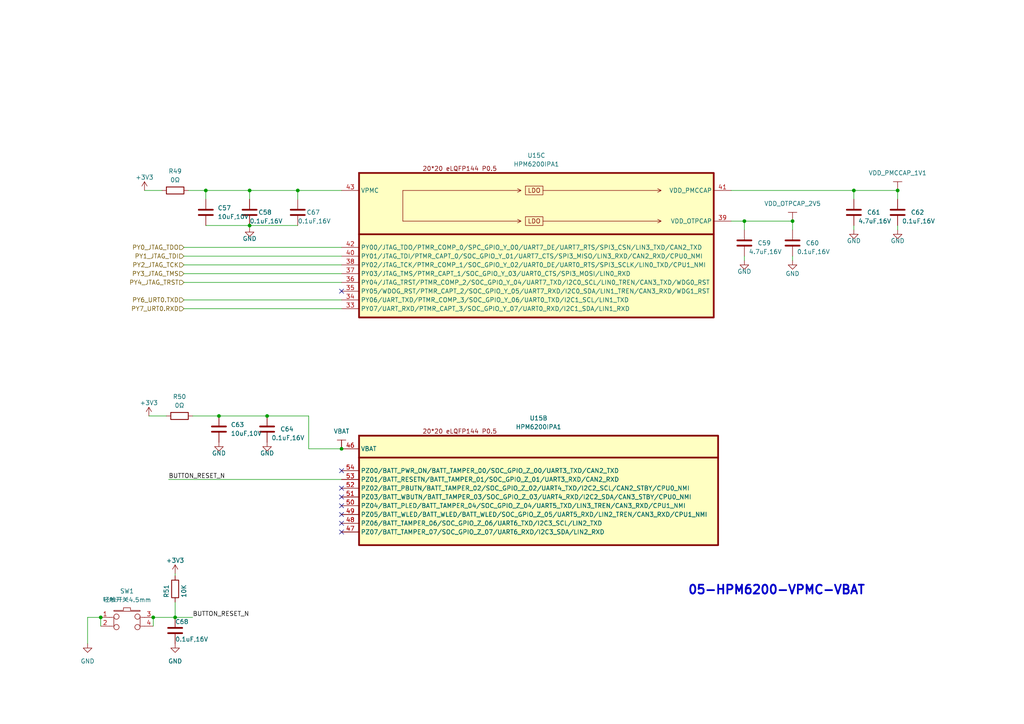
<source format=kicad_sch>
(kicad_sch (version 20230121) (generator eeschema)
  (paper "A4")
  (lib_symbols
    (symbol "00_HPM6200_Library:HPM6200IPA1"
      (property "Reference" "U3" (at 19.881 5.08 0))
      (property "Value" "HPM6200IPA1" (at 19.881 2.54 0))
      (symbol "HPM6200IPA1_0_0"
        (text "20*20 eLQFP144 P0.5" (at 29.21 1.27 0) (effects (font (size 1.27 1.27))))
      )
      (symbol "HPM6200IPA1_1_1"
        (polyline (pts (xy 0 -44.45) (xy 35.56 -44.45)) (stroke (width 0.508)))
        (polyline (pts (xy 8.89 -6.35) (xy 14.605 -6.35) (xy 14.605 -10.16) (xy 13.97 -9.525) (xy 14.605 -10.16) (xy 15.24 -9.525)))
        (polyline (pts (xy 14.605 -12.7) (xy 14.605 -16.51) (xy 8.89 -16.51) (xy 9.525 -15.875) (xy 8.89 -16.51) (xy 9.525 -17.145)))
        (rectangle (start 0 0) (end 35.56 -60.96) (stroke (width 0.508)) (fill (type background)))
        (rectangle (start 10.16 -10.16) (end 17.78 -12.7))
        (text "Analog_Domain" (at 11.43 -46.99 0) (effects (font (size 1.778 1.778))))
        (text "DCDC" (at 13.97 -11.43 0) (effects (font (size 1.27 1.27))))
        (text "DCDC_Domain" (at 10.16 -2.54 0) (effects (font (size 1.778 1.778))))
        (pin power_in line (at 40.64 -24.13 180) (length 5.08) (name "VDD_SOC") (number "104"))
        (pin power_in line (at 40.64 -21.59 180) (length 5.08) (name "VDD_SOC") (number "113"))
        (pin power_in line (at 40.64 -19.05 180) (length 5.08) (name "VDD_SOC") (number "126"))
        (pin power_in line (at 40.64 -16.51 180) (length 5.08) (name "VDD_SOC") (number "140"))
        (pin power_out line (at 17.78 -66.04 90) (length 5.08) (name "PAD") (number "145"))
        (pin power_in line (at 40.64 -8.89 180) (length 5.08) (name "VDD_SOC") (number "18"))
        (pin power_in line (at 40.64 -11.43 180) (length 5.08) (name "VDD_SOC") (number "28"))
        (pin input line (at -5.08 -24.13 0) (length 5.08) (name "DCDC_SNS") (number "29"))
        (pin power_out line (at -5.08 -35.56 0) (length 5.08) (name "DCDC_GND") (number "30"))
        (pin power_out line (at -5.08 -16.51 0) (length 5.08) (name "DCDC_LP") (number "31"))
        (pin power_in line (at -5.08 -6.35 0) (length 5.08) (name "DCDC_IN") (number "32"))
        (pin power_in line (at 40.64 -13.97 180) (length 5.08) (name "VDD_SOC") (number "5"))
        (pin power_in line (at 40.64 -34.29 180) (length 5.08) (name "VDD_SOC") (number "55"))
        (pin power_in line (at 40.64 -31.75 180) (length 5.08) (name "VDD_SOC") (number "68"))
        (pin power_in line (at 40.64 -29.21 180) (length 5.08) (name "VDD_SOC") (number "77"))
        (pin power_out line (at 40.64 -55.88 180) (length 5.08) (name "VREFL") (number "84"))
        (pin power_in line (at 40.64 -49.53 180) (length 5.08) (name "VREFH") (number "85"))
        (pin power_in line (at -5.08 -55.88 0) (length 5.08) (name "VANA") (number "87"))
        (pin power_in line (at 40.64 -26.67 180) (length 5.08) (name "VDD_SOC") (number "90"))
      )
      (symbol "HPM6200IPA1_2_1"
        (polyline (pts (xy 0 -6.35) (xy 104.14 -6.35)) (stroke (width 0.5)))
        (rectangle (start 0 0) (end 104.14 -31.75) (stroke (width 0.508)) (fill (type background)))
        (pin power_in line (at -5.08 -3.81 0) (length 5.08) (name "VBAT") (number "46"))
        (pin bidirectional line (at -5.08 -27.94 0) (length 5.08) (name "PZ07/BATT_TAMPER_07/SOC_GPIO_Z_07/UART6_RXD/I2C3_SDA/LIN2_RXD") (number "47"))
        (pin bidirectional line (at -5.08 -25.4 0) (length 5.08) (name "PZ06/BATT_TAMPER_06/SOC_GPIO_Z_06/UART6_TXD/I2C3_SCL/LIN2_TXD") (number "48"))
        (pin bidirectional line (at -5.08 -22.86 0) (length 5.08) (name "PZ05/BATT_WLED/BATT_WLED/BATT_WLED/SOC_GPIO_Z_05/UART5_RXD/LIN2_TREN/CAN3_RXD/CPU1_NMI") (number "49"))
        (pin bidirectional line (at -5.08 -20.32 0) (length 5.08) (name "PZ04/BATT_PLED/BATT_TAMPER_04/SOC_GPIO_Z_04/UART5_TXD/LIN3_TREN/CAN3_RXD/CPU1_NMI") (number "50"))
        (pin bidirectional line (at -5.08 -17.78 0) (length 5.08) (name "PZ03/BATT_WBUTN/BATT_TAMPER_03/SOC_GPIO_Z_03/UART4_RXD/I2C2_SDA/CAN3_STBY/CPU0_NMI") (number "51"))
        (pin bidirectional line (at -5.08 -15.24 0) (length 5.08) (name "PZ02/BATT_PBUTN/BATT_TAMPER_02/SOC_GPIO_Z_02/UART4_TXD/I2C2_SCL/CAN2_STBY/CPU0_NMI") (number "52"))
        (pin bidirectional line (at -5.08 -12.7 0) (length 5.08) (name "PZ01/BATT_RESETN/BATT_TAMPER_01/SOC_GPIO_Z_01/UART3_RXD/CAN2_RXD") (number "53"))
        (pin bidirectional line (at -5.08 -10.16 0) (length 5.08) (name "PZ00/BATT_PWR_ON/BATT_TAMPER_00/SOC_GPIO_Z_00/UART3_TXD/CAN2_TXD") (number "54"))
      )
      (symbol "HPM6200IPA1_3_0"
        (polyline (pts (xy 12.7 -13.97) (xy 46.99 -13.97) (xy 45.974 -13.462) (xy 46.99 -13.97) (xy 45.974 -14.478)))
        (polyline (pts (xy 12.7 -5.08) (xy 46.99 -5.08) (xy 45.974 -4.572) (xy 46.99 -5.08) (xy 45.974 -5.588)))
        (polyline (pts (xy 53.34 -13.97) (xy 87.63 -13.97) (xy 86.614 -13.462) (xy 87.63 -13.97) (xy 86.614 -14.478)))
        (polyline (pts (xy 53.34 -5.08) (xy 87.63 -5.08) (xy 86.614 -4.572) (xy 87.63 -5.08) (xy 86.614 -5.588)))
      )
      (symbol "HPM6200IPA1_3_1"
        (polyline (pts (xy 0 -17.78) (xy 102.87 -17.78)) (stroke (width 0.508)))
        (polyline (pts (xy 12.7 -12.7) (xy 12.7 -5.08) (xy 12.7 -13.97)))
        (rectangle (start 0 0) (end 102.87 -41.91) (stroke (width 0.508)) (fill (type background)))
        (rectangle (start 48.26 -12.7) (end 53.34 -15.24))
        (rectangle (start 48.26 -3.81) (end 53.34 -6.35))
        (text "LDO" (at 50.8 -13.97 0) (effects (font (size 1.27 1.27))))
        (text "LDO" (at 50.8 -5.08 0) (effects (font (size 1.27 1.27))))
        (pin bidirectional line (at -5.08 -39.37 0) (length 5.08) (name "PY07/UART_RXD/PTMR_CAPT_3/SOC_GPIO_Y_07/UART0_RXD/I2C1_SDA/LIN1_RXD") (number "33"))
        (pin bidirectional line (at -5.08 -36.83 0) (length 5.08) (name "PY06/UART_TXD/PTMR_COMP_3/SOC_GPIO_Y_06/UART0_TXD/I2C1_SCL/LIN1_TXD") (number "34"))
        (pin bidirectional line (at -5.08 -34.29 0) (length 5.08) (name "PY05/WDOG_RST/PTMR_CAPT_2/SOC_GPIO_Y_05/UART7_RXD/I2C0_SDA/LIN1_TREN/CAN3_RXD/WDG1_RST") (number "35"))
        (pin bidirectional line (at -5.08 -31.75 0) (length 5.08) (name "PY04/JTAG_TRST/PTMR_COMP_2/SOC_GPIO_Y_04/UART7_TXD/I2C0_SCL/LIN0_TREN/CAN3_TXD/WDG0_RST") (number "36"))
        (pin bidirectional line (at -5.08 -29.21 0) (length 5.08) (name "PY03/JTAG_TMS/PTMR_CAPT_1/SOC_GPIO_Y_03/UART0_CTS/SPI3_MOSI/LIN0_RXD") (number "37"))
        (pin bidirectional line (at -5.08 -26.67 0) (length 5.08) (name "PY02/JTAG_TCK/PTMR_COMP_1/SOC_GPIO_Y_02/UART0_DE/UART0_RTS/SPI3_SCLK/LIN0_TXD/CPU1_NMI") (number "38"))
        (pin power_out line (at 107.95 -13.97 180) (length 5.08) (name "VDD_OTPCAP") (number "39"))
        (pin bidirectional line (at -5.08 -24.13 0) (length 5.08) (name "PY01/JTAG_TDI/PTMR_CAPT_0/SOC_GPIO_Y_01/UART7_CTS/SPI3_MISO/LIN3_RXD/CAN2_RXD/CPU0_NMI") (number "40"))
        (pin power_out line (at 107.95 -5.08 180) (length 5.08) (name "VDD_PMCCAP") (number "41"))
        (pin bidirectional line (at -5.08 -21.59 0) (length 5.08) (name "PY00/JTAG_TDO/PTMR_COMP_0/SPC_GPIO_Y_00/UART7_DE/UART7_RTS/SPI3_CSN/LIN3_TXD/CAN2_TXD") (number "42"))
        (pin power_in line (at -5.08 -5.08 0) (length 5.08) (name "VPMC") (number "43"))
      )
      (symbol "HPM6200IPA1_4_1"
        (polyline (pts (xy 0 -13.97) (xy 116.84 -13.97)) (stroke (width 0.5)))
        (rectangle (start 0 0) (end 116.84 -175.26) (stroke (width 0.508)) (fill (type background)))
        (pin bidirectional line (at -5.08 -53.34 0) (length 5.08) (name "PA22/GPTMR0_COMP_1/UART6_DE/UART6_RTS/I2C3_SDA/LIN2_TXD/CAN0_RXD/TRGM1_P_02/PWM3_P_02") (number "1"))
        (pin bidirectional line (at -5.08 -33.02 0) (length 5.08) (name "PA14/UART4_TXD/SPI0_DAT3/LIN1_TREN/CAN0_RXD/XPI0_CB_CS1/PWM1_P_5/TRGM3_P_5/SOC_REF0") (number "10"))
        (pin bidirectional line (at -5.08 -154.94 0) (length 5.08) (name "PB29/UART3_RXD/SPI1_SCLK/LIN2_TREN/CAN2_TXD/TRGM0_P_09/PWM2_P_05/SDM0_DAT_3") (number "100"))
        (pin bidirectional line (at -5.08 -152.4 0) (length 5.08) (name "PB28/UART3_TXD/SPI1_MISO/LIN3_TREN/TRGM0_P_08/PWM2_P_04/SDM0_CLK_3") (number "101"))
        (pin bidirectional line (at -5.08 -149.86 0) (length 5.08) (name "PB27/UART2_RXD/SPI1_CSN/TRGM0_P_07/PWM2_P_03/SDM0_DAT_2") (number "102"))
        (pin bidirectional line (at -5.08 -147.32 0) (length 5.08) (name "PB26/UART2_TXD/TRGM0_P_06/PWM2_P_02/SDM0_CLK_2") (number "103"))
        (pin bidirectional line (at -5.08 -144.78 0) (length 5.08) (name "PB25/GPTMR3_COMP_1/UART1_RXD/I2C1_SDA/TRGM0_P_05/PWM2_P_01/SDM0_DAT_1") (number "105"))
        (pin bidirectional line (at -5.08 -142.24 0) (length 5.08) (name "PB24/GPTMR3_COMP_0/UART1_TXD/I2C1_SCL/TRGM0_P_04/PWM2_P_00/SDM0_CLK_1") (number "106"))
        (pin bidirectional line (at -5.08 -139.7 0) (length 5.08) (name "PB23/GPTMR3_CAPT_1/UART0_RXD/I2C0_SDA/LIN0_TREN/CAN1_RXD/TRGM0_P_03/TRGM2_P_11/SDM0_DAT_0/SOC_REF1") (number "107"))
        (pin bidirectional line (at -5.08 -137.16 0) (length 5.08) (name "PB22/GPTMR3_CAPT_0/UART0_TXD/I2C0_SCL/LIN1_TREN/CAN1_TXD/TRGM0_P_02/TRGM2_P_10/SDM0_CLK_0/SOC_REF0") (number "108"))
        (pin bidirectional line (at -5.08 -134.62 0) (length 5.08) (name "PB21/GPTMR2_COMP_1/UART1_CTS/I2C3_SDA/LIN1_RXD/CAN0_RXD/TRGM0_P_01/TRGM2_P_9") (number "109"))
        (pin bidirectional line (at -5.08 -30.48 0) (length 5.08) (name "PA13/GPTMR1_COMP_1/UART5_CTS/SPI0_MOSI/LIN_RXD/CAN0_TXD/XPI0_CB_DQS/PWM1_P_6/TRGM3_P_6/SOC_REF1") (number "11"))
        (pin bidirectional line (at -5.08 -132.08 0) (length 5.08) (name "PB20/GPTMR2_COMP_0/UART1_DE/UART1_RTS/I2C3_SCL/LIN1_TXD/CAN0_TXD/TRGM0_P_00/TRGM2_P_8") (number "110"))
        (pin bidirectional line (at -5.08 -129.54 0) (length 5.08) (name "PB19/GPTMR2_CAPT_1/UART0_CTS/I2C2_SDA/LIN0_RXD/CAN0_STBY/PWM0_P_7/TRGM2_P_7/HRPWM0_P_7") (number "111"))
        (pin bidirectional line (at -5.08 -127 0) (length 5.08) (name "PB18/GPTMR2_CAPT_0/UART0_DE/UART0_RTS/I2C2_SCL/LIN0_TXD/CAN1_STBY/PWM0_P_6/TRGM2_P_6/HRPWM0_P_6") (number "112"))
        (pin bidirectional line (at -5.08 -124.46 0) (length 5.08) (name "PB17/UART7_CTS/LIN3_RXD/PWM0_P_5/TRGM2_P_5/HRPWM0_P_5") (number "114"))
        (pin bidirectional line (at -5.08 -121.92 0) (length 5.08) (name "PB16/UART7_DE/UART7_RTS/SPI2_MOSI/LIN3_TXD/PWM0_P_4/TRGM2_P_4/HRPWM0_P_4") (number "115"))
        (pin bidirectional line (at -5.08 -119.38 0) (length 5.08) (name "PB15/UART6_CTS/SPI2_SCLK/LIN2_RXD/CAN1_RXD/PWM0_P_3/TRGM2_P_3/HRPWM0_P_3") (number "116"))
        (pin bidirectional line (at -5.08 -116.84 0) (length 5.08) (name "PB14/UART6_DE/UART6_RTS/SPI2_MISO/LIN2_TXD/CAN1_TXD/PWM0_P_2/TRGM2_P_2/HRPWM0_P_2") (number "117"))
        (pin bidirectional line (at -5.08 -114.3 0) (length 5.08) (name "PB13/UART7_RXD/SPI2_CSN/LIN2_TREN/CAN0_RXD/PWM0_P_1/TRGM2_P_1/HRPWM0_P_1") (number "118"))
        (pin bidirectional line (at -5.08 -111.76 0) (length 5.08) (name "PB12/UART7_TXD/SPI1_CSN/LIN3_TREN/CAN0_TXD/PWM0_P_0/TRGM2_P_0/HRPWM0_P_0") (number "119"))
        (pin power_in line (at -5.08 -6.35 0) (length 5.08) (name "VIO_01") (number "12"))
        (pin power_in line (at -5.08 -11.43 0) (length 5.08) (name "VIO_01") (number "120"))
        (pin bidirectional line (at -5.08 -109.22 0) (length 5.08) (name "PB11/UART6_RXD/SPI1_MOSI/PWM0_FAULT_0") (number "121"))
        (pin bidirectional line (at -5.08 -106.68 0) (length 5.08) (name "PB10/UART6_TXD/SPI1_MISO/PWM0_FAULT_1") (number "122"))
        (pin bidirectional line (at -5.08 -104.14 0) (length 5.08) (name "PB09/UART5_RXD/SPI1_SCLK/CAN1_RXD/PWM1_FAULT_1") (number "123"))
        (pin bidirectional line (at -5.08 -101.6 0) (length 5.08) (name "PB08/UART5_TXD/SPI1_DAT3/CAN1_TXD/PWM1_FAULT_0") (number "124"))
        (pin bidirectional line (at -5.08 -99.06 0) (length 5.08) (name "PB07/UART4_RXD/SPI1_DAT2/CAN1_STBY/PWM1_P_7/TRGM3_P_11/HRPWM1_P_7") (number "125"))
        (pin bidirectional line (at -5.08 -96.52 0) (length 5.08) (name "PB06/UART4_TXD/CAN0_STBY/PWM1_P_6/TRGM3_P_10/HRPWM1_P_6") (number "127"))
        (pin bidirectional line (at -5.08 -93.98 0) (length 5.08) (name "PB05/UART3_RXD/SPI1_MOSI/CAN0_RXD/PWM1_P_5/TRGM3_P_9/HRPWM1_P_5") (number "128"))
        (pin bidirectional line (at -5.08 -91.44 0) (length 5.08) (name "PB04/UART3_TXD/SPI1_SCLK/CAN0_TXD/PWM1_P_4/TRGM3_P_8/HRPWM1_P_4") (number "129"))
        (pin bidirectional line (at -5.08 -27.94 0) (length 5.08) (name "PA12/GPTMR1_COMP_0/UART5_DE/UART5_RTS/SPI0_SCLK/LIN1_TXD/XPI0_CB_D_3/PWM1_P_7/TRGM3_P_7") (number "13"))
        (pin bidirectional line (at -5.08 -88.9 0) (length 5.08) (name "PB03/UART2_RXD/SPI1_MISO/PWM1_P_3/TRGM3_P_7/HRPWM1_P_3") (number "130"))
        (pin bidirectional line (at -5.08 -86.36 0) (length 5.08) (name "PB02/UART2_TXD/SPI1_CSN/PWM1_P_2/TRGM3_P_6/HRPWM1_P_2") (number "131"))
        (pin bidirectional line (at -5.08 -83.82 0) (length 5.08) (name "PB01/UART1_RXD/SPI0_DAT3/PWM1_P_1/TRGM3_P_5/HRPWM1_P_1") (number "132"))
        (pin power_in line (at -5.08 -3.81 0) (length 5.08) (name "VIO_01") (number "133"))
        (pin bidirectional line (at -5.08 -81.28 0) (length 5.08) (name "PB00/UART1_TXD/SPI0_DAT2/CAN1_RXD/PWM1_P_0/TRGM3_P_4/HRPWM1_P_0") (number "134"))
        (pin bidirectional line (at -5.08 -76.2 0) (length 5.08) (name "PA31/UART0_RXD/SPI0_MOSI/LIN0_TREN/CAN1_TXD/TRGM1_P_11/TRGM3_P_3") (number "135"))
        (pin bidirectional line (at -5.08 -73.66 0) (length 5.08) (name "PA30/UART0_TXD/SPI0_SCLK/LIN1_TREN/CAN0_RXD/TRGM1_P_10/TRGM3_P_2") (number "136"))
        (pin bidirectional line (at -5.08 -71.12 0) (length 5.08) (name "PA29/UART1_CTS/SPI0_MISO/LIN1_RXD/CAN_TXD/TRGM1_P_09/TRGM3_P_1") (number "137"))
        (pin bidirectional line (at -5.08 -68.58 0) (length 5.08) (name "PA28/UART1_DE/UART1_RTS/SPI0_CSN/LIN1_TXD/TRGM1_P_08/TRGM3_P_0") (number "138"))
        (pin bidirectional line (at -5.08 -66.04 0) (length 5.08) (name "PA27/UART0_CTS/LIN0_RXD/TRGM1_P_07/PWM3_P_07") (number "139"))
        (pin bidirectional line (at -5.08 -25.4 0) (length 5.08) (name "PA11/GPTMR1_CAPT_1/UART4_CTS/SPI0_MISO/LIN0_RXD/CAN1_RXD/XPI0_CB_SCLK/PWM3_FAULT_0") (number "14"))
        (pin bidirectional line (at -5.08 -63.5 0) (length 5.08) (name "PA26/GPTMR1_COMP_1/UART0_DE/UART0_RTS/I2C1_SDA/LIN0_TXD/CAN1_RXD/TRGM1_P_06/PWM3_P_06") (number "141"))
        (pin bidirectional line (at -5.08 -60.96 0) (length 5.08) (name "PA25/GPTMR1_COMP_0/UART7_CTS/I2C1_SCL/LIN3_RXD/CAN1_TXD/TRGM1_P_05/PWM3_P_05") (number "142"))
        (pin bidirectional line (at -5.08 -58.42 0) (length 5.08) (name "PA24/GPTMR1_CAPT_1/UART7_DE/UART7_RTS/I2C0_SDA/LIN3_TXD/CAN1_STBY/TRGM1_P_04/PWM3_P_04") (number "143"))
        (pin bidirectional line (at -5.08 -55.88 0) (length 5.08) (name "PA23/GPTMR1_CAPT_0/UART6_CTS/I2C0_SCL/LIN2_RXD/CAN0_STBY/TRGM1_P_03/PWM3_P_03") (number "144"))
        (pin bidirectional line (at -5.08 -22.86 0) (length 5.08) (name "PA10/GPTMR1_CAPT_0/UART4_DE/UART4_RTS/SPI0_CSN/LIN0_TXD/CAN1_TXD/XPI0_CB_D_1/PWM3_FAULT_1") (number "15"))
        (pin bidirectional line (at -5.08 -20.32 0) (length 5.08) (name "PA09/GPTMR0_COMP_1/UART3_CTS/I2C1_SDA/SPI0_MOSI/LIN3_RXD/CAN0_RXD/XPI0_CB_D_2") (number "16"))
        (pin bidirectional line (at -5.08 -17.78 0) (length 5.08) (name "PA08/GPTMR0_COMP_0/UART3_DE/UART3_RTS/I2C1_SCL/SPI0_SCLK/LIN3_TXD/CAN0_TXD/XPI0_CB_D_0") (number "17"))
        (pin bidirectional line (at -5.08 -50.8 0) (length 5.08) (name "PA21/GPTMR0_COMP_0/UART7_RXD/I2C3_SCL/LIN2_TREN/CAN0_TXD/TRGM1_P_01/PWM3_P_01") (number "2"))
        (pin bidirectional line (at -5.08 -48.26 0) (length 5.08) (name "PA20/GPTMR0_CAPT_1/UART7_TXD/I2C2_SDA/LIN3_TREN/TRGM1_P_00/PWM3_P_00") (number "3"))
        (pin bidirectional line (at -5.08 -45.72 0) (length 5.08) (name "PA19/GPTMR0_CAPT_0/UART6_RXD/I2C2_SCL/SPI1_MOSI/PWM1_P_0/TRGM3_P_0") (number "4"))
        (pin bidirectional line (at -5.08 -43.18 0) (length 5.08) (name "PA18/UART6_TXD/SPI1_SCLK/CAN1_RXD/PWM1_P_1/TRGM3_P_1/SYSCTL_CLK_OBS_0") (number "6"))
        (pin bidirectional line (at -5.08 -40.64 0) (length 5.08) (name "PA17/UART5_RXD/SPI1_MISO/CAN1_TXD/PWM1_P_2/TRGM3_P_2/SYSCTL_CLK_OBS_1") (number "7"))
        (pin bidirectional line (at -5.08 -38.1 0) (length 5.08) (name "PA16/UART5_TXD/SPI1_CSN/CAN1_STBY/PWM1_P_3/TRGM3_P_3/SYSCTL_CLK_OBS_2") (number "8"))
        (pin bidirectional line (at -5.08 -35.56 0) (length 5.08) (name "PA15/UART4_RXD/SPI0_DAT2/LIN0_TREN/CAN0_STBY/XPI0_CB_CS0/PWM1_P_4/TRGM3_P_4/SYSCTL_CLK_OBS_3") (number "9"))
        (pin power_in line (at -5.08 -8.89 0) (length 5.08) (name "VIO_01") (number "94"))
        (pin bidirectional line (at -5.08 -170.18 0) (length 5.08) (name "PC02/UART4_DE/UART4_RTS/SPI2_MOSI/LIN0_TXD/CAN3_TXD/PWM0_P_2/TRGM2_P_2/USB0_OC") (number "95"))
        (pin bidirectional line (at -5.08 -167.64 0) (length 5.08) (name "PC01/UART3_CTS/SPI2_SCLK/LIN3_RXD/CAN3_RXD/PWM0_P_1/TRGM2_P_1/USB0_PWR") (number "96"))
        (pin bidirectional line (at -5.08 -165.1 0) (length 5.08) (name "PC00/UART3_DE/UART3_RTS/SPI2_MISO/LIN3_TXD/CAN3_STBY/PWM0_P_0/TRGM2_P_0/USB0_ID") (number "97"))
        (pin bidirectional line (at -5.08 -160.02 0) (length 5.08) (name "PB31/UART2_CTS/SPI2_CSN/LIN2_RXD/CAN2_STBY/TRGM0_P_11/PWM2_P_07") (number "98"))
        (pin bidirectional line (at -5.08 -157.48 0) (length 5.08) (name "PB30/UART2_DE/UART2_RTS/SPI1_MOSI/LIN2_TXD/CAN2_RXD/TRGM0_P_10/PWM2_P_06") (number "99"))
      )
      (symbol "HPM6200IPA1_5_1"
        (rectangle (start 0 -1.27) (end 157.48 -81.28) (stroke (width 0.508)) (fill (type background)))
        (polyline (pts (xy 0 -11.43) (xy 157.48 -11.43)) (stroke (width 0.5)))
        (pin bidirectional line (at -5.08 -77.47 0) (length 5.08) (name "PC27/UART2_RXD/SPI2_DAT2/SDM0_CLK_0/ADC2_INA15/CMP0_INP1/CMP1_INP1/CMP2_INP1/CMP3_INP1") (number "56"))
        (pin bidirectional line (at -5.08 -74.93 0) (length 5.08) (name "PC26/UART2_TXD/SPI2_DAT3/SDM0_DAT_0/ADC2_INA14/CMP0_INN1/CMP1_INN1/CMP2_INN1/CMP3_INN1") (number "57"))
        (pin bidirectional line (at -5.08 -72.39 0) (length 5.08) (name "PC25/UART1_RXD/SPI2_SCLK/SDM0_CLK_1/ADC2_INA13/CMP0_INP2/CMP1_INP2") (number "58"))
        (pin bidirectional line (at -5.08 -69.85 0) (length 5.08) (name "PC24/UART1_TXD/SPI2_MISO/SDM0_DAT_1/ADC2_INA12/CMP0_INP3/CMP1_INP3") (number "59"))
        (pin bidirectional line (at -5.08 -67.31 0) (length 5.08) (name "PC23/UART0_RXD/SPI2_MOSI/LIN0_TREN/SDM0_CLK_2/ADC1_INA15/ADC2_INA11/CMP0_INP4/CMP1_INP4") (number "60"))
        (pin power_in line (at -5.08 -8.89 0) (length 5.08) (name "VIO_02") (number "61"))
        (pin bidirectional line (at -5.08 -64.77 0) (length 5.08) (name "PC22/UART0_TXD/SPI2_CSN/LIN1_TREN/SDM0_DAT_2/ADC1_INA14/ADC2_INA10/CMP0_INP5/CMP1_INN2") (number "62"))
        (pin bidirectional line (at -5.08 -62.23 0) (length 5.08) (name "PC21/UART1_CTS/SPI3_MOSI/LIN1_RXD/SDM0_CLK_3/WDG1_RST/ADC1_INA13/ADC2_INA9/CMP0_INP6/CMP1_INN3") (number "63"))
        (pin bidirectional line (at -5.08 -59.69 0) (length 5.08) (name "PC20/UART1_DE/UART1_RTS/SPI3_SCLK/LIN1_TXD/SDM0_DAT_3/WDG0_RST/ADC1_INA12/ADC2_INA8/CMP0_INP7/CMP1_INN4") (number "64"))
        (pin bidirectional line (at -5.08 -57.15 0) (length 5.08) (name "PC19/UART0_CTS/SPI3_MISO/LIN0_RXD/ADC0_INA15/ADC1_INA11/ADC2_INA7/CMP0_INN2/CMP2_INP2") (number "65"))
        (pin bidirectional line (at -5.08 -54.61 0) (length 5.08) (name "PC18/UART0_DE/UART0_RTS/SPI3_CSN/LIN0_TXD/ADC0_INA14/ADC1_INA10/ADC2_INA6/CMP0_INN3/CMP2_INP3") (number "66"))
        (pin bidirectional line (at -5.08 -52.07 0) (length 5.08) (name "PC17/UART7_CTS/LIN3_RXD/ADC0_INA13/ADC1_INA9/ADC2_INA5/CMP0_INN4/CMP2_INP4") (number "67"))
        (pin bidirectional line (at -5.08 -49.53 0) (length 5.08) (name "PC16/UART7_DE/UART7_RTS/I2C1_SDA/LIN3_TXD/ACMP_COMP_2/ADC0_INA12/ADC1_INA8/ADC2_INA4/CMP0_INN5/CMP1_INN5/CMP2_INP5/CMP3_INP2") (number "69"))
        (pin bidirectional line (at -5.08 -46.99 0) (length 5.08) (name "PC15/UART6_CTS/I2C1_SCL/LIN2_RXD/ACMP_COMP_1/ADC0_INA11/ADC1_INA7/ADC2_INA3/CMP0_INN6/CMP1_INN6/CMP2_INP6/CMP3_INP3") (number "70"))
        (pin bidirectional line (at -5.08 -44.45 0) (length 5.08) (name "PC14/UART6_DE/UART6_RTS/I2C0_SDA/LIN2_TXD/CAN3_RXD/ACMP_COMP_0/ADC0_INA10/ADC1_INA6/ADC2_INA2/CMP0_INN7/CMP1_INN7/CMP2_INP7/CMP3_INP4") (number "71"))
        (pin bidirectional line (at -5.08 -41.91 0) (length 5.08) (name "PC13/GPTMR3_COMP_1/UART7_RXD/I2C0_SCL/CAN3_TXD/ACMP_COMP_3/ADC0_INA9/ADC1_INA5/ADC2_INA1/CMP1_INP5/CMP3_INN2") (number "72"))
        (pin bidirectional line (at -5.08 -39.37 0) (length 5.08) (name "PC12/GPTMR3_COMP_0/UART7_TXD/I2C3_SDA/LIN3_TREN/CAN3_STBY/ADC0_INA8/ADC1_INA4/ADC2_INA0/CMP1_INP6/CMP3_INN3") (number "73"))
        (pin bidirectional line (at -5.08 -36.83 0) (length 5.08) (name "PC11/GPTMR3_CAPT_1/UART6_RXD/I2C3_SCL/CAN2_STBY/ADC0_INA7/ADC1_INA3/CMP1_INP7/CMP3_INN4") (number "74"))
        (pin bidirectional line (at -5.08 -34.29 0) (length 5.08) (name "PC10/GPTMR3_CAPT_0/UART6_TXD/I2C2_SDA/CAN2_RXD/ADC0_INA6/ADC1_INA2/CMP2_INN2/CMP3_INN5") (number "75"))
        (pin bidirectional line (at -5.08 -31.75 0) (length 5.08) (name "PC09/GPTMR2_COMP_1/UART5_RXD/I2C2_SCL/CAN2_TXD/PWM2_FAULT_1/ADC0_INA5/ADC1_INA1/CMP2_INN3/CMP3_INN6") (number "76"))
        (pin bidirectional line (at -5.08 -29.21 0) (length 5.08) (name "PC08/GPTMR2_COMP_0/UART5_TXD/SPI2_CSN/PWM2_FAULT_0/USB0_PWR/ADC0_INA4/ADC1_INA0/CMP2_INN4/CMP3_INN7") (number "78"))
        (pin bidirectional line (at -5.08 -26.67 0) (length 5.08) (name "PC07/GPTMR2_CAPT_1/UART4_RXD/SPI2_MOSI/LIN0_TREN/PWM0_P_7/TRGM2_P_7/USB0_OC/ADC0_INA3/CMP2_INN5/CMP3_INP5") (number "79"))
        (pin bidirectional line (at -5.08 -24.13 0) (length 5.08) (name "PC06/GPTMR2_CAPT_0/UART4_TXD/SPI2_MISO/LIN1_TREN/PWM0_P_6/TRGM2_P_6//USB0_ID/ADC0_INA2/CMP2_INN6/CMP3_INP6") (number "80"))
        (pin bidirectional line (at -5.08 -21.59 0) (length 5.08) (name "PC05/UART5_CTS/SPI2_SCLK/LIN1_RXD/PWM0_P_5/TRGM2_P_5/USB0_OC/ADC0_INA1/CAMP2_INN7/CMP3_INP7") (number "81"))
        (pin bidirectional line (at -5.08 -19.05 0) (length 5.08) (name "PC04/UART5_DE/UART5_RTS/SPI2_DAT3/LIN1_TXD/PWM0_P_4/TRGM2_P_4/ADC0_INA0/DAC1_OUT") (number "82"))
        (pin bidirectional line (at -5.08 -16.51 0) (length 5.08) (name "PC03/UART4_CTS/SPI2_DAT2/LIN0_RXD/PWM0_P_3/TRGM2_P_3/DAC0_OUT") (number "83"))
        (pin power_in line (at -5.08 -6.35 0) (length 5.08) (name "VIO_02") (number "86"))
      )
      (symbol "HPM6200IPA1_6_1"
        (polyline (pts (xy 0 -7.62) (xy 129.54 -7.62)) (stroke (width 0.5)))
        (rectangle (start 0 0) (end 129.54 -33.02) (stroke (width 0.508)) (fill (type background)))
        (pin bidirectional line (at -5.08 -29.21 0) (length 5.08) (name "PA07/GPTMR0_CAPT_1/UART2_CTS/I2C0_SDA/SPI0_MISO/LIN2_RXD/XPI0_CA_DQS/ACMP_COMP_2/SDM0_DAT_3/ADC0_DBG") (number "19"))
        (pin bidirectional line (at -5.08 -26.67 0) (length 5.08) (name "PA06/GPTMR0_CAPT_0/UART2_DE/UART2_RTS/I2C0_SCL/SPI0_CSN/LIN2_TXD/XPI0_CA_CS1/ACMP/COMP_3/SDM0_CLK_3/ADC1_DBG") (number "20"))
        (pin bidirectional line (at -5.08 -24.13 0) (length 5.08) (name "PA05/UART3_RXD/SPI3_DAT2/LIN2_TREN/CAN3_RXD/XPI0_CA_D_3/ACMP_COMP_0/SDM0_DAT_2/ADC2_DBG") (number "21"))
        (pin bidirectional line (at -5.08 -21.59 0) (length 5.08) (name "PA04/UART3_TXD/SPI3_DAT3/LIN_TREN/CAN3_TXD/XPI0_CA_SCLK/ACMP_COMP_1/SDM0_CLK_2") (number "22"))
        (pin power_in line (at -5.08 -3.81 0) (length 5.08) (name "VIO_00") (number "23"))
        (pin bidirectional line (at -5.08 -19.05 0) (length 5.08) (name "PA03/UART2_RXD/SPI3_MOSI/CAN3_STBY/XPI0_CA_D_0/SDM0_DAT_1") (number "24"))
        (pin bidirectional line (at -5.08 -16.51 0) (length 5.08) (name "PA02/UART2_TXD/SPI3_SCLK/CAN2_STBY/XPI0_CA_D_2/SDM0_CLK_1") (number "25"))
        (pin bidirectional line (at -5.08 -13.97 0) (length 5.08) (name "PA01/UART1_RXD/SPI3_MISO/CAN_TXD/XPI0_CA_D_1/SDM0_DATA_0") (number "26"))
        (pin bidirectional line (at -5.08 -11.43 0) (length 5.08) (name "PA00/UART1_TXD/SPI3_CSN/CAN2_RXD/XPI0_CA_CS0/SDM0_CLK_0") (number "27"))
      )
      (symbol "HPM6200IPA1_7_1"
        (rectangle (start 0 0) (end 35.56 -33.02) (stroke (width 0.508)) (fill (type background)))
        (pin output line (at 40.64 -3.81 180) (length 5.08) (name "RTC_XTALI") (number "44"))
        (pin input line (at 40.64 -12.7 180) (length 5.08) (name "RTC_XTALO") (number "45"))
        (pin input line (at -5.08 -3.81 0) (length 5.08) (name "XTALI") (number "88"))
        (pin output line (at -5.08 -12.7 0) (length 5.08) (name "XTALO") (number "89"))
        (pin power_in line (at -5.08 -26.67 0) (length 5.08) (name "USBVBUS") (number "91"))
        (pin bidirectional line (at 40.64 -26.67 180) (length 5.08) (name "USB_DP") (number "92"))
        (pin bidirectional line (at 40.64 -29.21 180) (length 5.08) (name "USB_DM") (number "93"))
      )
    )
    (symbol "00_HPM_power:+3V3" (power) (pin_names (offset 0))
      (property "Value" "+3V3" (at 0 3.81 0))
      (symbol "+3V3_0_1"
        (polyline (pts (xy -0.762 1.27) (xy 0 2.54)))
        (polyline (pts (xy 0 0) (xy 0 2.54)))
        (polyline (pts (xy 0 2.54) (xy 0.762 1.27)))
      )
      (symbol "+3V3_1_1"
        (pin power_in line (at 0 0 90) (length 0) hide (name "+3V3") (number "1"))
      )
    )
    (symbol "00_HPM_power:GND" (power)
      (property "Value" "GND" (at 1.27 -6.35 0))
      (symbol "GND_0_0"
        (pin power_in line (at 0 0 0) (length 0) hide (name "GND") (number ""))
      )
      (symbol "GND_0_1"
        (polyline (pts (xy 0 0) (xy 0 -1.27) (xy 1.27 -1.27) (xy 0 -2.54) (xy -1.27 -1.27) (xy 0 -1.27)))
      )
    )
    (symbol "00_HPM_power:VBAT" (power) (pin_numbers hide) (pin_names (offset 0) hide) (in_bom no) (on_board no)
      (property "Value" "VBAT" (at 0 3.81 0))
      (symbol "VBAT_0_1"
        (polyline (pts (xy -1.27 2.54) (xy 1.27 2.54)))
      )
      (symbol "VBAT_1_1"
        (pin power_in line (at 0 0 90) (length 2.54) (name "VBAT") (number "1"))
      )
    )
    (symbol "00_HPM_power:VDD_OTPCAP_2V5" (power) (pin_numbers hide) (pin_names (offset 0) hide) (in_bom no) (on_board no)
      (property "Value" "VDD_OTPCAP_2V5" (at 0 3.81 0))
      (symbol "VDD_OTPCAP_2V5_0_1"
        (polyline (pts (xy -1.27 2.54) (xy 1.27 2.54)))
      )
      (symbol "VDD_OTPCAP_2V5_1_1"
        (pin power_in line (at 0 0 90) (length 2.54) (name "VDD_OTPCAP_2V5") (number "1"))
      )
    )
    (symbol "00_HPM_power:VDD_PMCCAP_1V1" (power) (pin_numbers hide) (pin_names (offset 0) hide) (in_bom no) (on_board no)
      (property "Value" "VDD_PMCCAP_1V1" (at 0 3.81 0))
      (symbol "VDD_PMCCAP_1V1_0_1"
        (polyline (pts (xy -1.27 2.54) (xy 1.27 2.54)))
      )
      (symbol "VDD_PMCCAP_1V1_1_1"
        (pin power_in line (at 0 0 90) (length 2.54) (name "VDD_PMCCAP_1V1") (number "1"))
      )
    )
    (symbol "01-HPM-Peripheral:轻触开关4.5mm*4.5mm*4mm" (pin_names (offset 1.016) hide)
      (property "Reference" "SW" (at 0 3.81 0))
      (property "Value" "轻触开关4.5mm*4.5mm*4mm" (at 0 -5.08 0))
      (symbol "轻触开关4.5mm*4.5mm*4mm_1_1"
        (arc (start -3.81 -2.8194) (mid -3.048 -3.5781) (end -2.286 -2.8194))
        (arc (start -3.81 0.2286) (mid -3.048 -0.5301) (end -2.286 0.2286))
        (arc (start -2.286 -2.794) (mid -3.0605 -2.0571) (end -3.81 -2.8194))
        (arc (start -2.286 0.254) (mid -3.0605 0.9909) (end -3.81 0.2286))
        (polyline (pts (xy -5.08 -2.54) (xy -4.064 -2.54)))
        (polyline (pts (xy -5.08 0) (xy -4.064 0)))
        (polyline (pts (xy -3.81 0.254) (xy -3.81 -2.794)))
        (polyline (pts (xy 3.81 -2.794) (xy 3.81 0.254)))
        (polyline (pts (xy 5.08 -2.54) (xy 4.064 -2.54)))
        (polyline (pts (xy 5.08 0) (xy 4.064 0)))
        (polyline (pts (xy -3.81 2.032) (xy -3.81 1.778) (xy -3.81 1.778) (xy 3.81 1.778) (xy 3.81 1.778) (xy 3.81 2.032) (xy 3.81 2.032) (xy 1.016 2.032) (xy 1.016 2.032) (xy 1.016 2.794) (xy 1.016 2.794) (xy -1.016 2.794) (xy -1.016 2.794) (xy -1.016 2.032) (xy -1.016 2.032) (xy -3.81 2.032)))
        (arc (start 2.286 -2.8194) (mid 3.048 -3.5781) (end 3.81 -2.8194))
        (arc (start 2.286 0.2286) (mid 3.048 -0.5301) (end 3.81 0.2286))
        (arc (start 3.81 -2.794) (mid 3.0355 -2.0568) (end 2.286 -2.8194))
        (arc (start 3.81 0.254) (mid 3.0355 0.9912) (end 2.286 0.2286))
        (pin input line (at -7.62 0 0) (length 2.54) (name "1") (number "1"))
        (pin input line (at -7.62 -2.54 0) (length 2.54) (name "2") (number "2"))
        (pin input line (at 7.62 0 180) (length 2.54) (name "3") (number "3"))
        (pin input line (at 7.62 -2.54 180) (length 2.54) (name "4") (number "4"))
      )
    )
    (symbol "02_HPM_Resistor:0Ω_0402" (pin_numbers hide) (pin_names (offset 0))
      (property "Reference" "R" (at 0 5.08 0))
      (property "Value" "0Ω" (at 0 8.89 0))
      (symbol "0Ω_0402_0_1"
        (rectangle (start 2.54 -1.016) (end -2.54 1.016) (stroke (width 0.254)))
      )
      (symbol "0Ω_0402_1_1"
        (pin passive line (at -3.81 0 0) (length 1.27) (name "~") (number "1"))
        (pin passive line (at 3.81 0 180) (length 1.27) (name "~") (number "2"))
      )
    )
    (symbol "02_HPM_Resistor:0Ω_0805" (pin_numbers hide) (pin_names (offset 0))
      (property "Reference" "R" (at 0 5.08 0))
      (property "Value" "0Ω" (at 1.27 7.62 0))
      (symbol "0Ω_0805_0_1"
        (rectangle (start 2.54 -1.016) (end -2.54 1.016) (stroke (width 0.254)))
      )
      (symbol "0Ω_0805_1_1"
        (pin passive line (at -3.81 0 0) (length 1.27) (name "~") (number "1"))
        (pin passive line (at 3.81 0 180) (length 1.27) (name "~") (number "2"))
      )
    )
    (symbol "03_HPM_Capacitance:0.1uF,16V_0402" (pin_numbers hide) (pin_names (offset 0.254))
      (property "Reference" "C" (at -1.27 10.16 0))
      (property "Value" "0.1uF,16V" (at -5.08 12.7 0))
      (symbol "0.1uF,16V_0402_0_1"
        (polyline (pts (xy -2.032 -0.762) (xy 2.032 -0.762)) (stroke (width 0.508)))
        (polyline (pts (xy -2.032 0.762) (xy 2.032 0.762)) (stroke (width 0.508)))
      )
      (symbol "0.1uF,16V_0402_1_1"
        (pin passive line (at 0 3.81 270) (length 2.794) (name "~") (number "1"))
        (pin passive line (at 0 -3.81 90) (length 2.794) (name "~") (number "2"))
      )
    )
    (symbol "03_HPM_Capacitance:10uF,10V_0402" (pin_numbers hide) (pin_names (offset 0.254))
      (property "Reference" "C" (at -3.81 15.24 0))
      (property "Value" "10uF,10V" (at -3.81 10.16 0))
      (symbol "10uF,10V_0402_0_1"
        (polyline (pts (xy -2.032 -0.762) (xy 2.032 -0.762)) (stroke (width 0.508)))
        (polyline (pts (xy -2.032 0.762) (xy 2.032 0.762)) (stroke (width 0.508)))
      )
      (symbol "10uF,10V_0402_1_1"
        (pin passive line (at 0 3.81 270) (length 2.794) (name "~") (number "1"))
        (pin passive line (at 0 -3.81 90) (length 2.794) (name "~") (number "2"))
      )
    )
    (symbol "03_HPM_Capacitance:4.7uF,10V_0402" (pin_numbers hide) (pin_names (offset 0.254))
      (property "Reference" "C" (at 0.635 2.54 0))
      (property "Value" "4.7uF,10V" (at 0.635 -2.54 0))
      (symbol "4.7uF,10V_0402_0_1"
        (polyline (pts (xy -2.032 -0.762) (xy 2.032 -0.762)) (stroke (width 0.508)))
        (polyline (pts (xy -2.032 0.762) (xy 2.032 0.762)) (stroke (width 0.508)))
      )
      (symbol "4.7uF,10V_0402_1_1"
        (pin passive line (at 0 3.81 270) (length 2.794) (name "~") (number "1"))
        (pin passive line (at 0 -3.81 90) (length 2.794) (name "~") (number "2"))
      )
    )
  )
  (junction (at 72.39 55.245))
  (junction (at 260.35 55.245))
  (junction (at 72.39 65.405))
  (junction (at 29.21 179.07))
  (junction (at 63.5 120.65))
  (junction (at 247.65 55.245))
  (junction (at 77.47 120.65))
  (junction (at 215.9 64.135))
  (junction (at 44.45 179.07))
  (junction (at 59.69 55.245))
  (junction (at 86.36 55.245))
  (junction (at 99.06 130.175))
  (junction (at 50.8 179.07))
  (junction (at 229.87 64.135))
  (no_connect (at 99.06 149.225))
  (no_connect (at 99.06 136.525))
  (no_connect (at 99.06 146.685))
  (no_connect (at 99.06 151.765))
  (no_connect (at 99.06 154.305))
  (no_connect (at 99.06 141.605))
  (no_connect (at 99.06 84.455))
  (no_connect (at 99.06 144.145))
  (wire (pts (xy 53.34 71.755) (xy 99.06 71.755)))
  (wire (pts (xy 86.36 55.245) (xy 99.06 55.245)))
  (wire (pts (xy 89.535 130.175) (xy 99.06 130.175)))
  (wire (pts (xy 260.35 55.245) (xy 260.35 57.785)))
  (wire (pts (xy 29.21 179.07) (xy 29.21 181.61)))
  (wire (pts (xy 86.36 55.245) (xy 86.36 57.785)))
  (wire (pts (xy 53.34 76.835) (xy 99.06 76.835)))
  (wire (pts (xy 25.4 179.07) (xy 25.4 186.69)))
  (wire (pts (xy 72.39 65.405) (xy 72.39 66.04)))
  (wire (pts (xy 63.5 120.65) (xy 77.47 120.65)))
  (wire (pts (xy 53.34 79.375) (xy 99.06 79.375)))
  (wire (pts (xy 55.88 120.65) (xy 63.5 120.65)))
  (wire (pts (xy 229.87 74.295) (xy 229.87 75.565)))
  (wire (pts (xy 53.34 86.995) (xy 99.06 86.995)))
  (wire (pts (xy 53.34 81.915) (xy 99.06 81.915)))
  (wire (pts (xy 44.45 179.07) (xy 44.45 181.61)))
  (wire (pts (xy 89.535 120.65) (xy 89.535 130.175)))
  (wire (pts (xy 48.895 139.065) (xy 99.06 139.065)))
  (wire (pts (xy 247.65 55.245) (xy 247.65 57.785)))
  (wire (pts (xy 53.34 89.535) (xy 99.06 89.535)))
  (wire (pts (xy 215.9 64.135) (xy 215.9 66.675)))
  (wire (pts (xy 41.91 55.245) (xy 46.99 55.245)))
  (wire (pts (xy 260.35 65.405) (xy 260.35 66.675)))
  (wire (pts (xy 86.36 65.405) (xy 72.39 65.405)))
  (wire (pts (xy 25.4 179.07) (xy 29.21 179.07)))
  (wire (pts (xy 50.8 174.625) (xy 50.8 179.07)))
  (wire (pts (xy 247.65 65.405) (xy 247.65 66.675)))
  (wire (pts (xy 77.47 120.65) (xy 89.535 120.65)))
  (wire (pts (xy 72.39 55.245) (xy 72.39 57.785)))
  (wire (pts (xy 229.87 66.675) (xy 229.87 64.135)))
  (wire (pts (xy 247.65 55.245) (xy 260.35 55.245)))
  (wire (pts (xy 72.39 55.245) (xy 86.36 55.245)))
  (wire (pts (xy 44.45 179.07) (xy 50.8 179.07)))
  (wire (pts (xy 212.09 64.135) (xy 215.9 64.135)))
  (wire (pts (xy 215.9 74.295) (xy 215.9 75.565)))
  (wire (pts (xy 215.9 64.135) (xy 229.87 64.135)))
  (wire (pts (xy 59.69 65.405) (xy 72.39 65.405)))
  (wire (pts (xy 59.69 55.245) (xy 72.39 55.245)))
  (wire (pts (xy 50.8 166.37) (xy 50.8 167.005)))
  (wire (pts (xy 50.8 179.07) (xy 55.88 179.07)))
  (wire (pts (xy 53.34 74.295) (xy 99.06 74.295)))
  (wire (pts (xy 43.18 120.65) (xy 48.26 120.65)))
  (wire (pts (xy 212.09 55.245) (xy 247.65 55.245)))
  (wire (pts (xy 59.69 55.245) (xy 59.69 57.785)))
  (wire (pts (xy 54.61 55.245) (xy 59.69 55.245)))
  (text "05-HPM6200-VPMC-VBAT" (at 199.39 172.72 0) (effects (font (size 2.54 2.54) (thickness 0.508) bold) (justify left bottom)))
  (label "BUTTON_RESET_N" (at 55.88 179.07 0))
  (label "BUTTON_RESET_N" (at 48.895 139.065 0))
  (hierarchical_label "PY3_JTAG_TMS" (shape input) (at 53.34 79.375 180))
  (hierarchical_label "PY6_URT0.TXD" (shape input) (at 53.34 86.995 180))
  (hierarchical_label "PY4_JTAG_TRST" (shape input) (at 53.34 81.915 180))
  (hierarchical_label "PY7_URT0.RXD" (shape input) (at 53.34 89.535 180))
  (hierarchical_label "PY2_JTAG_TCK" (shape input) (at 53.34 76.835 180))
  (hierarchical_label "PY0_JTAG_TDO" (shape input) (at 53.34 71.755 180))
  (hierarchical_label "PY1_JTAG_TDI" (shape input) (at 53.34 74.295 180))
  (symbol (lib_id "00_HPM6200_Library:HPM6200IPA1") (at 104.14 50.165 0) (unit 3)
    (property "Reference" "U15" (at 155.575 45.085 0))
    (property "Value" "HPM6200IPA1" (at 155.575 47.625 0))
    (property "Footprint" "00_HPM_Library:eLQFP144L_22x22_P0.5mm_EP5x5mm" (effects hide))
  )
  (symbol (lib_id "03_HPM_Capacitance:4.7uF,10V_0402") (at 247.65 61.595 0) (unit 1)
    (property "Reference" "C61" (at 251.46 61.595 0) (effects (justify left)))
    (property "Value" "4.7uF,16V" (at 248.92 64.135 0) (effects (justify left)))
    (property "Footprint" "03_HPM_Capacitance:C_0402" (effects hide))
    (property "Model" " CL05A475MP5NRNC" (effects hide))
    (property "Company" " SAMSUNG(三星)" (effects hide))
    (instances (project "HPM62_63_144_ADC_EVK_RevB" (path "" (reference "C61") (unit 1))) (project "EVK_REVC" (path "" (reference "C39") (unit 1))))
  )
  (symbol (lib_id "00_HPM_power:GND") (at 229.87 75.565 0) (unit 1)
    (property "Reference" "#PWR0119" (effects hide))
    (property "Value" "GND" (at 229.87 79.375 0))
    (instances (project "HPM62_63_144_ADC_EVK_RevB" (path "" (reference "#PWR0119") (unit 1))) (project "EVK_REVC" (path "" (reference "#PWR0160") (unit 1))))
  )
  (symbol (lib_id "02_HPM_Resistor:0Ω_0402") (at 52.07 120.65 0) (unit 1)
    (property "Reference" "R50" (at 52.07 115.062 0))
    (property "Value" "0Ω" (at 52.07 117.602 0))
    (property "Footprint" "02_HPM_Resistor:R_0402_1005Metric" (effects hide))
    (property "Model" "RC0402JR-070RL" (effects hide))
    (property "Company" "YAGEO(国巨)" (effects hide))
  )
  (symbol (lib_id "03_HPM_Capacitance:0.1uF,16V_0402") (at 77.47 124.46 0) (unit 1)
    (property "Reference" "C64" (at 81.28 124.46 0) (effects (justify left)))
    (property "Value" "0.1uF,16V" (at 78.74 127 0) (effects (justify left)))
    (property "Footprint" "03_HPM_Capacitance:C_0402" (effects hide))
    (property "Model" "CL05B104KO5NNNC" (effects hide))
    (property "Company" "SAMSUNG(三星)" (effects hide))
    (instances (project "HPM62_63_144_ADC_EVK_RevB" (path "" (reference "C64") (unit 1))) (project "EVK_REVC" (path "" (reference "C31") (unit 1))))
  )
  (symbol (lib_id "00_HPM6200_Library:HPM6200IPA1") (at 104.14 126.365 0) (unit 2)
    (property "Reference" "U15" (at 156.21 121.285 0))
    (property "Value" "HPM6200IPA1" (at 156.21 123.825 0))
    (property "Footprint" "00_HPM_Library:eLQFP144L_22x22_P0.5mm_EP5x5mm" (effects hide))
  )
  (symbol (lib_id "00_HPM_power:GND") (at 50.8 186.69 0) (unit 1)
    (property "Reference" "#PWR0132" (effects hide))
    (property "Value" "GND" (at 50.8 191.77 0))
    (instances (project "HPM62_63_144_ADC_EVK_RevB" (path "" (reference "#PWR0132") (unit 1))) (project "EVK_REVC" (path "" (reference "#PWR0205") (unit 1))))
  )
  (symbol (lib_id "03_HPM_Capacitance:0.1uF,16V_0402") (at 86.36 61.595 0) (unit 1)
    (property "Reference" "C67" (at 88.9 61.595 0) (effects (justify left)))
    (property "Value" "0.1uF,16V" (at 86.36 64.135 0) (effects (justify left)))
    (property "Footprint" "03_HPM_Capacitance:C_0402" (effects hide))
    (property "Model" "CL05B104KO5NNNC" (effects hide))
    (property "Company" "SAMSUNG(三星)" (effects hide))
    (instances (project "HPM62_63_144_ADC_EVK_RevB" (path "" (reference "C67") (unit 1))) (project "EVK_REVC" (path "" (reference "C38") (unit 1))))
  )
  (symbol (lib_id "00_HPM_power:+3V3") (at 50.8 166.37 0) (unit 1)
    (property "Reference" "#PWR049" (effects hide))
    (property "Value" "+3V3" (at 50.8 162.56 0))
    (instances (project "HPM62_63_144_ADC_EVK_RevB" (path "" (reference "#PWR049") (unit 1)) (path "" (reference "#PWR0131") (unit 1))))
  )
  (symbol (lib_id "03_HPM_Capacitance:10uF,10V_0402") (at 63.5 124.46 0) (unit 1)
    (property "Reference" "C63" (at 66.929 123.19 0) (effects (justify left)))
    (property "Value" "10uF,10V" (at 66.929 125.73 0) (effects (justify left)))
    (property "Footprint" "03_HPM_Capacitance:C_0402" (effects hide))
    (property "Model" "CL05A106MP5NUNC" (effects hide))
    (property "Company" " SAMSUNG(三星)" (effects hide))
  )
  (symbol (lib_id "03_HPM_Capacitance:0.1uF,16V_0402") (at 229.87 70.485 0) (unit 1)
    (property "Reference" "C60" (at 233.68 70.485 0) (effects (justify left)))
    (property "Value" "0.1uF,16V" (at 231.14 73.025 0) (effects (justify left)))
    (property "Footprint" "03_HPM_Capacitance:C_0402" (effects hide))
    (property "Model" "CL05B104KO5NNNC" (effects hide))
    (property "Company" "SAMSUNG(三星)" (effects hide))
    (instances (project "HPM62_63_144_ADC_EVK_RevB" (path "" (reference "C60") (unit 1))) (project "EVK_REVC" (path "" (reference "C42") (unit 1))))
  )
  (symbol (lib_id "00_HPM_power:+3V3") (at 43.18 120.65 0) (unit 1)
    (property "Reference" "#PWR049" (effects hide))
    (property "Value" "+3V3" (at 43.18 116.84 0))
    (instances (project "HPM62_63_144_ADC_EVK_RevB" (path "" (reference "#PWR049") (unit 1)) (path "" (reference "#PWR0123") (unit 1))))
  )
  (symbol (lib_id "00_HPM_power:VDD_PMCCAP_1V1") (at 260.35 55.245 0) (unit 1) (in_bom no) (on_board no)
    (property "Reference" "#PWR0121" (effects hide))
    (property "Value" "VDD_PMCCAP_1V1" (at 260.35 50.165 0))
    (instances (project "HPM62_63_144_ADC_EVK_RevB" (path "" (reference "#PWR0121") (unit 1))) (project "EVK_REVC" (path "" (reference "#PWR0162") (unit 1))))
  )
  (symbol (lib_id "00_HPM_power:GND") (at 72.39 66.04 0) (unit 1)
    (property "Reference" "#PWR0116" (effects hide))
    (property "Value" "GND" (at 72.39 69.215 0))
    (instances (project "HPM62_63_144_ADC_EVK_RevB" (path "" (reference "#PWR0116") (unit 1))) (project "EVK_REVC" (path "" (reference "#PWR0168") (unit 1))))
  )
  (symbol (lib_id "00_HPM_power:VDD_OTPCAP_2V5") (at 229.87 64.135 0) (unit 1) (in_bom no) (on_board no)
    (property "Reference" "#PWR0118" (effects hide))
    (property "Value" "VDD_OTPCAP_2V5" (at 229.87 59.055 0))
    (instances (project "HPM62_63_144_ADC_EVK_RevB" (path "" (reference "#PWR0118") (unit 1))) (project "EVK_REVC" (path "" (reference "#PWR0164") (unit 1))))
  )
  (symbol (lib_id "03_HPM_Capacitance:10uF,10V_0402") (at 59.69 61.595 0) (unit 1)
    (property "Reference" "C57" (at 63.119 60.325 0) (effects (justify left)))
    (property "Value" "10uF,10V" (at 63.119 62.865 0) (effects (justify left)))
    (property "Footprint" "03_HPM_Capacitance:C_0402" (effects hide))
    (property "Model" "CL05A106MP5NUNC" (effects hide))
    (property "Company" " SAMSUNG(三星)" (effects hide))
  )
  (symbol (lib_id "03_HPM_Capacitance:0.1uF,16V_0402") (at 260.35 61.595 0) (unit 1)
    (property "Reference" "C62" (at 264.16 61.595 0) (effects (justify left)))
    (property "Value" "0.1uF,16V" (at 261.62 64.135 0) (effects (justify left)))
    (property "Footprint" "03_HPM_Capacitance:C_0402" (effects hide))
    (property "Model" "CL05B104KO5NNNC" (effects hide))
    (property "Company" "SAMSUNG(三星)" (effects hide))
    (instances (project "HPM62_63_144_ADC_EVK_RevB" (path "" (reference "C62") (unit 1))) (project "EVK_REVC" (path "" (reference "C40") (unit 1))))
  )
  (symbol (lib_id "00_HPM_power:+3V3") (at 41.91 55.245 0) (unit 1)
    (property "Reference" "#PWR049" (effects hide))
    (property "Value" "+3V3" (at 41.91 51.435 0))
    (instances (project "HPM62_63_144_ADC_EVK_RevB" (path "" (reference "#PWR049") (unit 1)) (path "" (reference "#PWR0115") (unit 1))))
  )
  (symbol (lib_id "00_HPM_power:GND") (at 215.9 75.565 0) (unit 1)
    (property "Reference" "#PWR0117" (effects hide))
    (property "Value" "GND" (at 215.9 78.74 0))
    (instances (project "HPM62_63_144_ADC_EVK_RevB" (path "" (reference "#PWR0117") (unit 1))) (project "EVK_REVC" (path "" (reference "#PWR0161") (unit 1))))
  )
  (symbol (lib_id "03_HPM_Capacitance:4.7uF,10V_0402") (at 215.9 70.485 0) (unit 1)
    (property "Reference" "C59" (at 219.71 70.485 0) (effects (justify left)))
    (property "Value" "4.7uF,16V" (at 217.17 73.025 0) (effects (justify left)))
    (property "Footprint" "03_HPM_Capacitance:C_0402" (effects hide))
    (property "Model" " CL05A475MP5NRNC" (effects hide))
    (property "Company" " SAMSUNG(三星)" (effects hide))
    (instances (project "HPM62_63_144_ADC_EVK_RevB" (path "" (reference "C59") (unit 1))) (project "EVK_REVC" (path "" (reference "C41") (unit 1))))
  )
  (symbol (lib_id "00_HPM_power:GND") (at 63.5 128.27 0) (unit 1)
    (property "Reference" "#PWR0124" (effects hide))
    (property "Value" "GND" (at 63.5 131.445 0))
    (instances (project "HPM62_63_144_ADC_EVK_RevB" (path "" (reference "#PWR0124") (unit 1))) (project "EVK_REVC" (path "" (reference "#PWR0169") (unit 1))))
  )
  (symbol (lib_id "00_HPM_power:GND") (at 77.47 128.27 0) (unit 1)
    (property "Reference" "#PWR0125" (effects hide))
    (property "Value" "GND" (at 77.47 131.445 0))
    (instances (project "HPM62_63_144_ADC_EVK_RevB" (path "" (reference "#PWR0125") (unit 1))) (project "EVK_REVC" (path "" (reference "#PWR0170") (unit 1))))
  )
  (symbol (lib_id "00_HPM_power:GND") (at 247.65 66.675 0) (unit 1)
    (property "Reference" "#PWR0120" (effects hide))
    (property "Value" "GND" (at 247.65 69.85 0))
    (instances (project "HPM62_63_144_ADC_EVK_RevB" (path "" (reference "#PWR0120") (unit 1))) (project "EVK_REVC" (path "" (reference "#PWR0159") (unit 1))))
  )
  (symbol (lib_id "00_HPM_power:VBAT") (at 99.06 130.175 0) (unit 1) (in_bom no) (on_board no)
    (property "Reference" "#PWR0126" (effects hide))
    (property "Value" "VBAT" (at 99.06 125.095 0))
    (instances (project "HPM62_63_144_ADC_EVK_RevB" (path "" (reference "#PWR0126") (unit 1))) (project "EVK_REVC" (path "" (reference "#PWR0167") (unit 1))))
  )
  (symbol (lib_id "00_HPM_power:GND") (at 25.4 186.69 0) (unit 1)
    (property "Reference" "#PWR0130" (effects hide))
    (property "Value" "GND" (at 25.4 191.77 0))
    (instances (project "HPM62_63_144_ADC_EVK_RevB" (path "" (reference "#PWR0130") (unit 1))) (project "EVK_REVC" (path "" (reference "#PWR0206") (unit 1))))
  )
  (symbol (lib_id "00_HPM_power:GND") (at 260.35 66.675 0) (unit 1)
    (property "Reference" "#PWR0122" (effects hide))
    (property "Value" "GND" (at 260.35 69.85 0))
    (instances (project "HPM62_63_144_ADC_EVK_RevB" (path "" (reference "#PWR0122") (unit 1))) (project "EVK_REVC" (path "" (reference "#PWR0163") (unit 1))))
  )
  (symbol (lib_id "01-HPM-Peripheral:轻触开关4.5mm*4.5mm*4mm") (at 36.83 179.07 0) (unit 1)
    (property "Reference" "SW1" (at 36.83 171.45 0))
    (property "Value" "轻触开关4.5mm" (at 36.83 173.99 0))
    (property "Footprint" "01_HPM_Peripheral:轻触开关SMD-4P,4.5x4.5mm" (effects hide))
    (property "SuppliersPartNumber" "C221747" (effects hide))
    (property "Model" " TS4540TP" (effects hide))
    (property "Company" "SHOU HAN(首韩)" (effects hide))
  )
  (symbol (lib_id "03_HPM_Capacitance:0.1uF,16V_0402") (at 50.8 182.88 0) (unit 1)
    (property "Reference" "C68" (at 50.8 180.34 0) (effects (justify left)))
    (property "Value" "0.1uF,16V" (at 50.8 185.42 0) (effects (justify left)))
    (property "Footprint" "03_HPM_Capacitance:C_0402" (effects hide))
    (property "Model" "CL05B104KO5NNNC" (effects hide))
    (property "Company" "SAMSUNG(三星)" (effects hide))
    (instances (project "HPM62_63_144_ADC_EVK_RevB" (path "" (reference "C68") (unit 1))) (project "EVK_REVC" (path "" (reference "C36") (unit 1))))
  )
  (symbol (lib_id "02_HPM_Resistor:0Ω_0402") (at 50.8 55.245 0) (unit 1)
    (property "Reference" "R49" (at 50.8 49.657 0))
    (property "Value" "0Ω" (at 50.8 52.197 0))
    (property "Footprint" "02_HPM_Resistor:R_0402_1005Metric" (effects hide))
    (property "Model" "RC0402JR-070RL" (effects hide))
    (property "Company" "YAGEO(国巨)" (effects hide))
  )
  (symbol (lib_id "03_HPM_Capacitance:0.1uF,16V_0402") (at 72.39 61.595 0) (unit 1)
    (property "Reference" "C58" (at 74.93 61.595 0) (effects (justify left)))
    (property "Value" "0.1uF,16V" (at 72.39 64.135 0) (effects (justify left)))
    (property "Footprint" "03_HPM_Capacitance:C_0402" (effects hide))
    (property "Model" "CL05B104KO5NNNC" (effects hide))
    (property "Company" "SAMSUNG(三星)" (effects hide))
    (instances (project "HPM62_63_144_ADC_EVK_RevB" (path "" (reference "C58") (unit 1))) (project "EVK_REVC" (path "" (reference "C37") (unit 1))))
  )
  (symbol (lib_id "02_HPM_Resistor:0Ω_0805") (at 50.8 170.815 270) (unit 1)
    (property "Reference" "R51" (at 48.26 171.45 0))
    (property "Value" "10K" (at 53.34 171.45 0))
    (property "Footprint" "02_HPM_Resistor:R_0805_2012Metric" (effects hide))
    (property "ASSY_OPT" "DNP" (effects hide))
    (property "Model" "RS-05000JT" (effects hide))
    (property "Company" "FH(风华)" (effects hide))
    (instances (project "HPM62_63_144_ADC_EVK_RevB" (path "" (reference "R51") (unit 1))) (project "EVK_REVC" (path "" (reference "R10") (unit 1))))
  )
)
</source>
